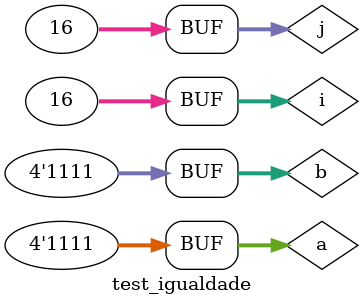
<source format=v>


module igualdade (output s, input a0, a1, a2, a3, b0, b1, b2, b3);
    
    wire s0, s1, s2, s3;
    
    xnor XNOR0(s0, a0, b0);
    xnor XNOR1(s1, a1, b1);
    xnor XNOR2(s2, a2, b2);
    xnor XNOR3(s3, a3, b3);
    
    assign s = s0 & s1 & s2 & s3;
 
endmodule


module test_igualdade; 
// ------------------------- definir dados       
    reg  [3:0] a;       
    reg  [3:0] b;              
    wire resp; 
    integer i, j;
 
   igualdade I1(resp, a[0], a[1], a[2], a[3], b[0], b[1], b[2], b[3]); 
 
// ------------------------- parte principal  
    initial begin        
        
      
      $display("Exemplo0803 - Larissa Domingues Gomes - 650525");     
      $display("Test LUs igualdade"); 
      
      $display("a    = b    resp");
      
      $monitor("%b  %b  %b",a, b, resp);
      
    

    for ( i = 0; i < 16; i = i + 1) begin
    for ( j = 0; j < 16; j = j + 1) begin
        #1 a=i; b=j;
    end
    end
   
    end 
 
endmodule // test_igualdade 
 
</source>
